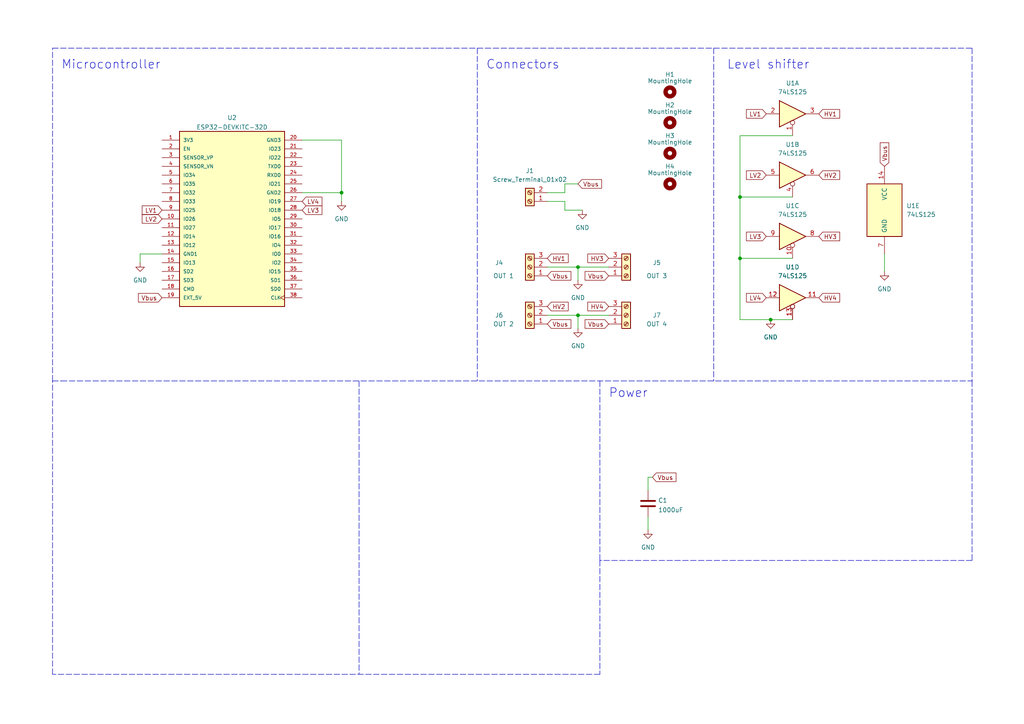
<source format=kicad_sch>
(kicad_sch (version 20211123) (generator eeschema)

  (uuid e63e39d7-6ac0-4ffd-8aa3-1841a4541b55)

  (paper "A4")

  (lib_symbols
    (symbol "74xx:74LS125" (pin_names (offset 1.016)) (in_bom yes) (on_board yes)
      (property "Reference" "U" (id 0) (at 0 1.27 0)
        (effects (font (size 1.27 1.27)))
      )
      (property "Value" "74LS125" (id 1) (at 0 -1.27 0)
        (effects (font (size 1.27 1.27)))
      )
      (property "Footprint" "" (id 2) (at 0 0 0)
        (effects (font (size 1.27 1.27)) hide)
      )
      (property "Datasheet" "http://www.ti.com/lit/gpn/sn74LS125" (id 3) (at 0 0 0)
        (effects (font (size 1.27 1.27)) hide)
      )
      (property "ki_locked" "" (id 4) (at 0 0 0)
        (effects (font (size 1.27 1.27)))
      )
      (property "ki_keywords" "TTL buffer 3State" (id 5) (at 0 0 0)
        (effects (font (size 1.27 1.27)) hide)
      )
      (property "ki_description" "Quad buffer 3-State outputs" (id 6) (at 0 0 0)
        (effects (font (size 1.27 1.27)) hide)
      )
      (property "ki_fp_filters" "DIP*W7.62mm*" (id 7) (at 0 0 0)
        (effects (font (size 1.27 1.27)) hide)
      )
      (symbol "74LS125_1_0"
        (polyline
          (pts
            (xy -3.81 3.81)
            (xy -3.81 -3.81)
            (xy 3.81 0)
            (xy -3.81 3.81)
          )
          (stroke (width 0.254) (type default) (color 0 0 0 0))
          (fill (type background))
        )
        (pin input inverted (at 0 -6.35 90) (length 4.445)
          (name "~" (effects (font (size 1.27 1.27))))
          (number "1" (effects (font (size 1.27 1.27))))
        )
        (pin input line (at -7.62 0 0) (length 3.81)
          (name "~" (effects (font (size 1.27 1.27))))
          (number "2" (effects (font (size 1.27 1.27))))
        )
        (pin tri_state line (at 7.62 0 180) (length 3.81)
          (name "~" (effects (font (size 1.27 1.27))))
          (number "3" (effects (font (size 1.27 1.27))))
        )
      )
      (symbol "74LS125_2_0"
        (polyline
          (pts
            (xy -3.81 3.81)
            (xy -3.81 -3.81)
            (xy 3.81 0)
            (xy -3.81 3.81)
          )
          (stroke (width 0.254) (type default) (color 0 0 0 0))
          (fill (type background))
        )
        (pin input inverted (at 0 -6.35 90) (length 4.445)
          (name "~" (effects (font (size 1.27 1.27))))
          (number "4" (effects (font (size 1.27 1.27))))
        )
        (pin input line (at -7.62 0 0) (length 3.81)
          (name "~" (effects (font (size 1.27 1.27))))
          (number "5" (effects (font (size 1.27 1.27))))
        )
        (pin tri_state line (at 7.62 0 180) (length 3.81)
          (name "~" (effects (font (size 1.27 1.27))))
          (number "6" (effects (font (size 1.27 1.27))))
        )
      )
      (symbol "74LS125_3_0"
        (polyline
          (pts
            (xy -3.81 3.81)
            (xy -3.81 -3.81)
            (xy 3.81 0)
            (xy -3.81 3.81)
          )
          (stroke (width 0.254) (type default) (color 0 0 0 0))
          (fill (type background))
        )
        (pin input inverted (at 0 -6.35 90) (length 4.445)
          (name "~" (effects (font (size 1.27 1.27))))
          (number "10" (effects (font (size 1.27 1.27))))
        )
        (pin tri_state line (at 7.62 0 180) (length 3.81)
          (name "~" (effects (font (size 1.27 1.27))))
          (number "8" (effects (font (size 1.27 1.27))))
        )
        (pin input line (at -7.62 0 0) (length 3.81)
          (name "~" (effects (font (size 1.27 1.27))))
          (number "9" (effects (font (size 1.27 1.27))))
        )
      )
      (symbol "74LS125_4_0"
        (polyline
          (pts
            (xy -3.81 3.81)
            (xy -3.81 -3.81)
            (xy 3.81 0)
            (xy -3.81 3.81)
          )
          (stroke (width 0.254) (type default) (color 0 0 0 0))
          (fill (type background))
        )
        (pin tri_state line (at 7.62 0 180) (length 3.81)
          (name "~" (effects (font (size 1.27 1.27))))
          (number "11" (effects (font (size 1.27 1.27))))
        )
        (pin input line (at -7.62 0 0) (length 3.81)
          (name "~" (effects (font (size 1.27 1.27))))
          (number "12" (effects (font (size 1.27 1.27))))
        )
        (pin input inverted (at 0 -6.35 90) (length 4.445)
          (name "~" (effects (font (size 1.27 1.27))))
          (number "13" (effects (font (size 1.27 1.27))))
        )
      )
      (symbol "74LS125_5_0"
        (pin power_in line (at 0 12.7 270) (length 5.08)
          (name "VCC" (effects (font (size 1.27 1.27))))
          (number "14" (effects (font (size 1.27 1.27))))
        )
        (pin power_in line (at 0 -12.7 90) (length 5.08)
          (name "GND" (effects (font (size 1.27 1.27))))
          (number "7" (effects (font (size 1.27 1.27))))
        )
      )
      (symbol "74LS125_5_1"
        (rectangle (start -5.08 7.62) (end 5.08 -7.62)
          (stroke (width 0.254) (type default) (color 0 0 0 0))
          (fill (type background))
        )
      )
    )
    (symbol "Connector:Screw_Terminal_01x02" (pin_names (offset 1.016) hide) (in_bom yes) (on_board yes)
      (property "Reference" "J" (id 0) (at 0 2.54 0)
        (effects (font (size 1.27 1.27)))
      )
      (property "Value" "Screw_Terminal_01x02" (id 1) (at 0 -5.08 0)
        (effects (font (size 1.27 1.27)))
      )
      (property "Footprint" "" (id 2) (at 0 0 0)
        (effects (font (size 1.27 1.27)) hide)
      )
      (property "Datasheet" "~" (id 3) (at 0 0 0)
        (effects (font (size 1.27 1.27)) hide)
      )
      (property "ki_keywords" "screw terminal" (id 4) (at 0 0 0)
        (effects (font (size 1.27 1.27)) hide)
      )
      (property "ki_description" "Generic screw terminal, single row, 01x02, script generated (kicad-library-utils/schlib/autogen/connector/)" (id 5) (at 0 0 0)
        (effects (font (size 1.27 1.27)) hide)
      )
      (property "ki_fp_filters" "TerminalBlock*:*" (id 6) (at 0 0 0)
        (effects (font (size 1.27 1.27)) hide)
      )
      (symbol "Screw_Terminal_01x02_1_1"
        (rectangle (start -1.27 1.27) (end 1.27 -3.81)
          (stroke (width 0.254) (type default) (color 0 0 0 0))
          (fill (type background))
        )
        (circle (center 0 -2.54) (radius 0.635)
          (stroke (width 0.1524) (type default) (color 0 0 0 0))
          (fill (type none))
        )
        (polyline
          (pts
            (xy -0.5334 -2.2098)
            (xy 0.3302 -3.048)
          )
          (stroke (width 0.1524) (type default) (color 0 0 0 0))
          (fill (type none))
        )
        (polyline
          (pts
            (xy -0.5334 0.3302)
            (xy 0.3302 -0.508)
          )
          (stroke (width 0.1524) (type default) (color 0 0 0 0))
          (fill (type none))
        )
        (polyline
          (pts
            (xy -0.3556 -2.032)
            (xy 0.508 -2.8702)
          )
          (stroke (width 0.1524) (type default) (color 0 0 0 0))
          (fill (type none))
        )
        (polyline
          (pts
            (xy -0.3556 0.508)
            (xy 0.508 -0.3302)
          )
          (stroke (width 0.1524) (type default) (color 0 0 0 0))
          (fill (type none))
        )
        (circle (center 0 0) (radius 0.635)
          (stroke (width 0.1524) (type default) (color 0 0 0 0))
          (fill (type none))
        )
        (pin passive line (at -5.08 0 0) (length 3.81)
          (name "Pin_1" (effects (font (size 1.27 1.27))))
          (number "1" (effects (font (size 1.27 1.27))))
        )
        (pin passive line (at -5.08 -2.54 0) (length 3.81)
          (name "Pin_2" (effects (font (size 1.27 1.27))))
          (number "2" (effects (font (size 1.27 1.27))))
        )
      )
    )
    (symbol "Connector:Screw_Terminal_01x03" (pin_names (offset 1.016) hide) (in_bom yes) (on_board yes)
      (property "Reference" "J" (id 0) (at 0 5.08 0)
        (effects (font (size 1.27 1.27)))
      )
      (property "Value" "Screw_Terminal_01x03" (id 1) (at 0 -5.08 0)
        (effects (font (size 1.27 1.27)))
      )
      (property "Footprint" "" (id 2) (at 0 0 0)
        (effects (font (size 1.27 1.27)) hide)
      )
      (property "Datasheet" "~" (id 3) (at 0 0 0)
        (effects (font (size 1.27 1.27)) hide)
      )
      (property "ki_keywords" "screw terminal" (id 4) (at 0 0 0)
        (effects (font (size 1.27 1.27)) hide)
      )
      (property "ki_description" "Generic screw terminal, single row, 01x03, script generated (kicad-library-utils/schlib/autogen/connector/)" (id 5) (at 0 0 0)
        (effects (font (size 1.27 1.27)) hide)
      )
      (property "ki_fp_filters" "TerminalBlock*:*" (id 6) (at 0 0 0)
        (effects (font (size 1.27 1.27)) hide)
      )
      (symbol "Screw_Terminal_01x03_1_1"
        (rectangle (start -1.27 3.81) (end 1.27 -3.81)
          (stroke (width 0.254) (type default) (color 0 0 0 0))
          (fill (type background))
        )
        (circle (center 0 -2.54) (radius 0.635)
          (stroke (width 0.1524) (type default) (color 0 0 0 0))
          (fill (type none))
        )
        (polyline
          (pts
            (xy -0.5334 -2.2098)
            (xy 0.3302 -3.048)
          )
          (stroke (width 0.1524) (type default) (color 0 0 0 0))
          (fill (type none))
        )
        (polyline
          (pts
            (xy -0.5334 0.3302)
            (xy 0.3302 -0.508)
          )
          (stroke (width 0.1524) (type default) (color 0 0 0 0))
          (fill (type none))
        )
        (polyline
          (pts
            (xy -0.5334 2.8702)
            (xy 0.3302 2.032)
          )
          (stroke (width 0.1524) (type default) (color 0 0 0 0))
          (fill (type none))
        )
        (polyline
          (pts
            (xy -0.3556 -2.032)
            (xy 0.508 -2.8702)
          )
          (stroke (width 0.1524) (type default) (color 0 0 0 0))
          (fill (type none))
        )
        (polyline
          (pts
            (xy -0.3556 0.508)
            (xy 0.508 -0.3302)
          )
          (stroke (width 0.1524) (type default) (color 0 0 0 0))
          (fill (type none))
        )
        (polyline
          (pts
            (xy -0.3556 3.048)
            (xy 0.508 2.2098)
          )
          (stroke (width 0.1524) (type default) (color 0 0 0 0))
          (fill (type none))
        )
        (circle (center 0 0) (radius 0.635)
          (stroke (width 0.1524) (type default) (color 0 0 0 0))
          (fill (type none))
        )
        (circle (center 0 2.54) (radius 0.635)
          (stroke (width 0.1524) (type default) (color 0 0 0 0))
          (fill (type none))
        )
        (pin passive line (at -5.08 2.54 0) (length 3.81)
          (name "Pin_1" (effects (font (size 1.27 1.27))))
          (number "1" (effects (font (size 1.27 1.27))))
        )
        (pin passive line (at -5.08 0 0) (length 3.81)
          (name "Pin_2" (effects (font (size 1.27 1.27))))
          (number "2" (effects (font (size 1.27 1.27))))
        )
        (pin passive line (at -5.08 -2.54 0) (length 3.81)
          (name "Pin_3" (effects (font (size 1.27 1.27))))
          (number "3" (effects (font (size 1.27 1.27))))
        )
      )
    )
    (symbol "Device:C" (pin_numbers hide) (pin_names (offset 0.254)) (in_bom yes) (on_board yes)
      (property "Reference" "C" (id 0) (at 0.635 2.54 0)
        (effects (font (size 1.27 1.27)) (justify left))
      )
      (property "Value" "C" (id 1) (at 0.635 -2.54 0)
        (effects (font (size 1.27 1.27)) (justify left))
      )
      (property "Footprint" "" (id 2) (at 0.9652 -3.81 0)
        (effects (font (size 1.27 1.27)) hide)
      )
      (property "Datasheet" "~" (id 3) (at 0 0 0)
        (effects (font (size 1.27 1.27)) hide)
      )
      (property "ki_keywords" "cap capacitor" (id 4) (at 0 0 0)
        (effects (font (size 1.27 1.27)) hide)
      )
      (property "ki_description" "Unpolarized capacitor" (id 5) (at 0 0 0)
        (effects (font (size 1.27 1.27)) hide)
      )
      (property "ki_fp_filters" "C_*" (id 6) (at 0 0 0)
        (effects (font (size 1.27 1.27)) hide)
      )
      (symbol "C_0_1"
        (polyline
          (pts
            (xy -2.032 -0.762)
            (xy 2.032 -0.762)
          )
          (stroke (width 0.508) (type default) (color 0 0 0 0))
          (fill (type none))
        )
        (polyline
          (pts
            (xy -2.032 0.762)
            (xy 2.032 0.762)
          )
          (stroke (width 0.508) (type default) (color 0 0 0 0))
          (fill (type none))
        )
      )
      (symbol "C_1_1"
        (pin passive line (at 0 3.81 270) (length 2.794)
          (name "~" (effects (font (size 1.27 1.27))))
          (number "1" (effects (font (size 1.27 1.27))))
        )
        (pin passive line (at 0 -3.81 90) (length 2.794)
          (name "~" (effects (font (size 1.27 1.27))))
          (number "2" (effects (font (size 1.27 1.27))))
        )
      )
    )
    (symbol "ESP32-DEVKITC-32D:ESP32-DEVKITC-32D" (pin_names (offset 1.016)) (in_bom yes) (on_board yes)
      (property "Reference" "U" (id 0) (at -15.2654 26.0604 0)
        (effects (font (size 1.27 1.27)) (justify left bottom))
      )
      (property "Value" "ESP32-DEVKITC-32D" (id 1) (at -15.2654 -27.9654 0)
        (effects (font (size 1.27 1.27)) (justify left bottom))
      )
      (property "Footprint" "MODULE_ESP32-DEVKITC-32D" (id 2) (at 0 0 0)
        (effects (font (size 1.27 1.27)) (justify left bottom) hide)
      )
      (property "Datasheet" "" (id 3) (at 0 0 0)
        (effects (font (size 1.27 1.27)) (justify left bottom) hide)
      )
      (property "MANUFACTURER" "Espressif Systems" (id 4) (at 0 0 0)
        (effects (font (size 1.27 1.27)) (justify left bottom) hide)
      )
      (property "PARTREV" "4" (id 5) (at 0 0 0)
        (effects (font (size 1.27 1.27)) (justify left bottom) hide)
      )
      (property "ki_locked" "" (id 6) (at 0 0 0)
        (effects (font (size 1.27 1.27)))
      )
      (symbol "ESP32-DEVKITC-32D_0_0"
        (rectangle (start -15.24 -25.4) (end 15.24 25.4)
          (stroke (width 0.254) (type default) (color 0 0 0 0))
          (fill (type background))
        )
        (pin power_in line (at -20.32 22.86 0) (length 5.08)
          (name "3V3" (effects (font (size 1.016 1.016))))
          (number "1" (effects (font (size 1.016 1.016))))
        )
        (pin bidirectional line (at -20.32 0 0) (length 5.08)
          (name "IO26" (effects (font (size 1.016 1.016))))
          (number "10" (effects (font (size 1.016 1.016))))
        )
        (pin bidirectional line (at -20.32 -2.54 0) (length 5.08)
          (name "IO27" (effects (font (size 1.016 1.016))))
          (number "11" (effects (font (size 1.016 1.016))))
        )
        (pin bidirectional line (at -20.32 -5.08 0) (length 5.08)
          (name "IO14" (effects (font (size 1.016 1.016))))
          (number "12" (effects (font (size 1.016 1.016))))
        )
        (pin bidirectional line (at -20.32 -7.62 0) (length 5.08)
          (name "IO12" (effects (font (size 1.016 1.016))))
          (number "13" (effects (font (size 1.016 1.016))))
        )
        (pin power_in line (at -20.32 -10.16 0) (length 5.08)
          (name "GND1" (effects (font (size 1.016 1.016))))
          (number "14" (effects (font (size 1.016 1.016))))
        )
        (pin bidirectional line (at -20.32 -12.7 0) (length 5.08)
          (name "IO13" (effects (font (size 1.016 1.016))))
          (number "15" (effects (font (size 1.016 1.016))))
        )
        (pin bidirectional line (at -20.32 -15.24 0) (length 5.08)
          (name "SD2" (effects (font (size 1.016 1.016))))
          (number "16" (effects (font (size 1.016 1.016))))
        )
        (pin bidirectional line (at -20.32 -17.78 0) (length 5.08)
          (name "SD3" (effects (font (size 1.016 1.016))))
          (number "17" (effects (font (size 1.016 1.016))))
        )
        (pin bidirectional line (at -20.32 -20.32 0) (length 5.08)
          (name "CMD" (effects (font (size 1.016 1.016))))
          (number "18" (effects (font (size 1.016 1.016))))
        )
        (pin power_in line (at -20.32 -22.86 0) (length 5.08)
          (name "EXT_5V" (effects (font (size 1.016 1.016))))
          (number "19" (effects (font (size 1.016 1.016))))
        )
        (pin input line (at -20.32 20.32 0) (length 5.08)
          (name "EN" (effects (font (size 1.016 1.016))))
          (number "2" (effects (font (size 1.016 1.016))))
        )
        (pin power_in line (at 20.32 22.86 180) (length 5.08)
          (name "GND3" (effects (font (size 1.016 1.016))))
          (number "20" (effects (font (size 1.016 1.016))))
        )
        (pin bidirectional line (at 20.32 20.32 180) (length 5.08)
          (name "IO23" (effects (font (size 1.016 1.016))))
          (number "21" (effects (font (size 1.016 1.016))))
        )
        (pin bidirectional line (at 20.32 17.78 180) (length 5.08)
          (name "IO22" (effects (font (size 1.016 1.016))))
          (number "22" (effects (font (size 1.016 1.016))))
        )
        (pin output line (at 20.32 15.24 180) (length 5.08)
          (name "TXD0" (effects (font (size 1.016 1.016))))
          (number "23" (effects (font (size 1.016 1.016))))
        )
        (pin input line (at 20.32 12.7 180) (length 5.08)
          (name "RXD0" (effects (font (size 1.016 1.016))))
          (number "24" (effects (font (size 1.016 1.016))))
        )
        (pin bidirectional line (at 20.32 10.16 180) (length 5.08)
          (name "IO21" (effects (font (size 1.016 1.016))))
          (number "25" (effects (font (size 1.016 1.016))))
        )
        (pin power_in line (at 20.32 7.62 180) (length 5.08)
          (name "GND2" (effects (font (size 1.016 1.016))))
          (number "26" (effects (font (size 1.016 1.016))))
        )
        (pin bidirectional line (at 20.32 5.08 180) (length 5.08)
          (name "IO19" (effects (font (size 1.016 1.016))))
          (number "27" (effects (font (size 1.016 1.016))))
        )
        (pin bidirectional line (at 20.32 2.54 180) (length 5.08)
          (name "IO18" (effects (font (size 1.016 1.016))))
          (number "28" (effects (font (size 1.016 1.016))))
        )
        (pin bidirectional line (at 20.32 0 180) (length 5.08)
          (name "IO5" (effects (font (size 1.016 1.016))))
          (number "29" (effects (font (size 1.016 1.016))))
        )
        (pin input line (at -20.32 17.78 0) (length 5.08)
          (name "SENSOR_VP" (effects (font (size 1.016 1.016))))
          (number "3" (effects (font (size 1.016 1.016))))
        )
        (pin bidirectional line (at 20.32 -2.54 180) (length 5.08)
          (name "IO17" (effects (font (size 1.016 1.016))))
          (number "30" (effects (font (size 1.016 1.016))))
        )
        (pin bidirectional line (at 20.32 -5.08 180) (length 5.08)
          (name "IO16" (effects (font (size 1.016 1.016))))
          (number "31" (effects (font (size 1.016 1.016))))
        )
        (pin bidirectional line (at 20.32 -7.62 180) (length 5.08)
          (name "IO4" (effects (font (size 1.016 1.016))))
          (number "32" (effects (font (size 1.016 1.016))))
        )
        (pin bidirectional line (at 20.32 -10.16 180) (length 5.08)
          (name "IO0" (effects (font (size 1.016 1.016))))
          (number "33" (effects (font (size 1.016 1.016))))
        )
        (pin bidirectional line (at 20.32 -12.7 180) (length 5.08)
          (name "IO2" (effects (font (size 1.016 1.016))))
          (number "34" (effects (font (size 1.016 1.016))))
        )
        (pin bidirectional line (at 20.32 -15.24 180) (length 5.08)
          (name "IO15" (effects (font (size 1.016 1.016))))
          (number "35" (effects (font (size 1.016 1.016))))
        )
        (pin bidirectional line (at 20.32 -17.78 180) (length 5.08)
          (name "SD1" (effects (font (size 1.016 1.016))))
          (number "36" (effects (font (size 1.016 1.016))))
        )
        (pin bidirectional line (at 20.32 -20.32 180) (length 5.08)
          (name "SD0" (effects (font (size 1.016 1.016))))
          (number "37" (effects (font (size 1.016 1.016))))
        )
        (pin input clock (at 20.32 -22.86 180) (length 5.08)
          (name "CLK" (effects (font (size 1.016 1.016))))
          (number "38" (effects (font (size 1.016 1.016))))
        )
        (pin input line (at -20.32 15.24 0) (length 5.08)
          (name "SENSOR_VN" (effects (font (size 1.016 1.016))))
          (number "4" (effects (font (size 1.016 1.016))))
        )
        (pin bidirectional line (at -20.32 12.7 0) (length 5.08)
          (name "IO34" (effects (font (size 1.016 1.016))))
          (number "5" (effects (font (size 1.016 1.016))))
        )
        (pin bidirectional line (at -20.32 10.16 0) (length 5.08)
          (name "IO35" (effects (font (size 1.016 1.016))))
          (number "6" (effects (font (size 1.016 1.016))))
        )
        (pin bidirectional line (at -20.32 7.62 0) (length 5.08)
          (name "IO32" (effects (font (size 1.016 1.016))))
          (number "7" (effects (font (size 1.016 1.016))))
        )
        (pin bidirectional line (at -20.32 5.08 0) (length 5.08)
          (name "IO33" (effects (font (size 1.016 1.016))))
          (number "8" (effects (font (size 1.016 1.016))))
        )
        (pin bidirectional line (at -20.32 2.54 0) (length 5.08)
          (name "IO25" (effects (font (size 1.016 1.016))))
          (number "9" (effects (font (size 1.016 1.016))))
        )
      )
    )
    (symbol "Mechanical:MountingHole" (pin_names (offset 1.016)) (in_bom yes) (on_board yes)
      (property "Reference" "H" (id 0) (at 0 5.08 0)
        (effects (font (size 1.27 1.27)))
      )
      (property "Value" "MountingHole" (id 1) (at 0 3.175 0)
        (effects (font (size 1.27 1.27)))
      )
      (property "Footprint" "" (id 2) (at 0 0 0)
        (effects (font (size 1.27 1.27)) hide)
      )
      (property "Datasheet" "~" (id 3) (at 0 0 0)
        (effects (font (size 1.27 1.27)) hide)
      )
      (property "ki_keywords" "mounting hole" (id 4) (at 0 0 0)
        (effects (font (size 1.27 1.27)) hide)
      )
      (property "ki_description" "Mounting Hole without connection" (id 5) (at 0 0 0)
        (effects (font (size 1.27 1.27)) hide)
      )
      (property "ki_fp_filters" "MountingHole*" (id 6) (at 0 0 0)
        (effects (font (size 1.27 1.27)) hide)
      )
      (symbol "MountingHole_0_1"
        (circle (center 0 0) (radius 1.27)
          (stroke (width 1.27) (type default) (color 0 0 0 0))
          (fill (type none))
        )
      )
    )
    (symbol "power:GND" (power) (pin_names (offset 0)) (in_bom yes) (on_board yes)
      (property "Reference" "#PWR" (id 0) (at 0 -6.35 0)
        (effects (font (size 1.27 1.27)) hide)
      )
      (property "Value" "GND" (id 1) (at 0 -3.81 0)
        (effects (font (size 1.27 1.27)))
      )
      (property "Footprint" "" (id 2) (at 0 0 0)
        (effects (font (size 1.27 1.27)) hide)
      )
      (property "Datasheet" "" (id 3) (at 0 0 0)
        (effects (font (size 1.27 1.27)) hide)
      )
      (property "ki_keywords" "power-flag" (id 4) (at 0 0 0)
        (effects (font (size 1.27 1.27)) hide)
      )
      (property "ki_description" "Power symbol creates a global label with name \"GND\" , ground" (id 5) (at 0 0 0)
        (effects (font (size 1.27 1.27)) hide)
      )
      (symbol "GND_0_1"
        (polyline
          (pts
            (xy 0 0)
            (xy 0 -1.27)
            (xy 1.27 -1.27)
            (xy 0 -2.54)
            (xy -1.27 -1.27)
            (xy 0 -1.27)
          )
          (stroke (width 0) (type default) (color 0 0 0 0))
          (fill (type none))
        )
      )
      (symbol "GND_1_1"
        (pin power_in line (at 0 0 270) (length 0) hide
          (name "GND" (effects (font (size 1.27 1.27))))
          (number "1" (effects (font (size 1.27 1.27))))
        )
      )
    )
  )

  (junction (at 223.52 92.71) (diameter 0) (color 0 0 0 0)
    (uuid 5b2573f9-8b18-42e0-88d6-a68c02da332a)
  )
  (junction (at 167.64 91.44) (diameter 0) (color 0 0 0 0)
    (uuid a1b28347-8609-4986-bd7e-b27342e92b79)
  )
  (junction (at 214.63 74.93) (diameter 0) (color 0 0 0 0)
    (uuid a46aa7d1-f9e6-4e0c-a3f1-8796f0d73296)
  )
  (junction (at 99.06 55.88) (diameter 0) (color 0 0 0 0)
    (uuid c726d7b0-ec27-4025-9586-367321ef32f9)
  )
  (junction (at 167.64 77.47) (diameter 0) (color 0 0 0 0)
    (uuid c7c24fbc-e9a8-4d56-a459-e397be968740)
  )
  (junction (at 214.63 57.15) (diameter 0) (color 0 0 0 0)
    (uuid f4b00f88-172a-421b-8672-473a19eb0be4)
  )

  (wire (pts (xy 214.63 57.15) (xy 214.63 74.93))
    (stroke (width 0) (type default) (color 0 0 0 0))
    (uuid 03142262-91b5-40aa-aec1-46fa0a9e234d)
  )
  (wire (pts (xy 214.63 39.37) (xy 214.63 57.15))
    (stroke (width 0) (type default) (color 0 0 0 0))
    (uuid 0b0d5515-402c-42c0-b3f6-051852fcdd4c)
  )
  (wire (pts (xy 214.63 74.93) (xy 229.87 74.93))
    (stroke (width 0) (type default) (color 0 0 0 0))
    (uuid 0dc988dc-9b0d-4c8a-85c0-aed5f72f2191)
  )
  (polyline (pts (xy 281.94 110.49) (xy 281.94 162.56))
    (stroke (width 0) (type default) (color 0 0 0 0))
    (uuid 11e24a98-49d1-4ab0-ade6-48b4c526a30a)
  )

  (wire (pts (xy 163.83 60.96) (xy 168.91 60.96))
    (stroke (width 0) (type default) (color 0 0 0 0))
    (uuid 1555b662-f4a5-4666-820e-de4f3ee34462)
  )
  (polyline (pts (xy 207.01 13.97) (xy 281.94 13.97))
    (stroke (width 0) (type default) (color 0 0 0 0))
    (uuid 20399cf1-7286-4af4-aac0-0a119deb3a69)
  )

  (wire (pts (xy 163.83 55.88) (xy 163.83 53.34))
    (stroke (width 0) (type default) (color 0 0 0 0))
    (uuid 21168788-fc20-4515-8320-32cddee9f202)
  )
  (wire (pts (xy 167.64 77.47) (xy 176.53 77.47))
    (stroke (width 0) (type default) (color 0 0 0 0))
    (uuid 2520b7a7-b987-4a3d-a7da-386bbd8790ff)
  )
  (polyline (pts (xy 127 13.97) (xy 207.01 13.97))
    (stroke (width 0) (type default) (color 0 0 0 0))
    (uuid 2ad43860-3010-4125-af57-9572d0ea2dee)
  )

  (wire (pts (xy 158.75 55.88) (xy 163.83 55.88))
    (stroke (width 0) (type default) (color 0 0 0 0))
    (uuid 34383be0-7f1e-4749-bac0-2b591267bb15)
  )
  (wire (pts (xy 223.52 92.71) (xy 229.87 92.71))
    (stroke (width 0) (type default) (color 0 0 0 0))
    (uuid 44c60217-eb93-4357-8c98-99cd90ced28e)
  )
  (wire (pts (xy 214.63 57.15) (xy 229.87 57.15))
    (stroke (width 0) (type default) (color 0 0 0 0))
    (uuid 4b60fef1-014b-4828-a86b-bbe5c661e568)
  )
  (wire (pts (xy 167.64 91.44) (xy 176.53 91.44))
    (stroke (width 0) (type default) (color 0 0 0 0))
    (uuid 4cf61490-2bdb-4832-85da-46160b10d18d)
  )
  (wire (pts (xy 40.64 73.66) (xy 46.99 73.66))
    (stroke (width 0) (type default) (color 0 0 0 0))
    (uuid 518c19ad-39d8-4fcd-a084-d1b4b1b2d246)
  )
  (wire (pts (xy 99.06 58.42) (xy 99.06 55.88))
    (stroke (width 0) (type default) (color 0 0 0 0))
    (uuid 51acebf9-8105-424c-8a2e-9e91c1c3ca6c)
  )
  (wire (pts (xy 256.54 73.66) (xy 256.54 78.74))
    (stroke (width 0) (type default) (color 0 0 0 0))
    (uuid 55eb29b9-b2fa-4d8b-ab82-b6049bcf1ea4)
  )
  (wire (pts (xy 99.06 55.88) (xy 87.63 55.88))
    (stroke (width 0) (type default) (color 0 0 0 0))
    (uuid 5ab217c9-e0cc-44da-ba11-63dfe13458ae)
  )
  (polyline (pts (xy 173.99 162.56) (xy 173.99 195.58))
    (stroke (width 0) (type default) (color 0 0 0 0))
    (uuid 5da9efd2-ccb9-4314-829b-25e3d322f133)
  )

  (wire (pts (xy 87.63 40.64) (xy 99.06 40.64))
    (stroke (width 0) (type default) (color 0 0 0 0))
    (uuid 5e2fca34-2bdf-4911-90f5-9524df649023)
  )
  (polyline (pts (xy 173.99 110.49) (xy 173.99 162.56))
    (stroke (width 0) (type default) (color 0 0 0 0))
    (uuid 5ff2d007-94e0-4006-9e2b-de8b1ca58c03)
  )

  (wire (pts (xy 187.96 138.43) (xy 187.96 142.24))
    (stroke (width 0) (type default) (color 0 0 0 0))
    (uuid 63622b85-ffc5-43a3-94fb-f01b29a8acd4)
  )
  (polyline (pts (xy 17.78 110.49) (xy 281.94 110.49))
    (stroke (width 0) (type default) (color 0 0 0 0))
    (uuid 69d3a03d-5ed6-4b3e-b83e-e5985431df3e)
  )

  (wire (pts (xy 158.75 91.44) (xy 167.64 91.44))
    (stroke (width 0) (type default) (color 0 0 0 0))
    (uuid 69f3428f-c7ac-48be-a80f-b11c66e74239)
  )
  (wire (pts (xy 158.75 58.42) (xy 163.83 58.42))
    (stroke (width 0) (type default) (color 0 0 0 0))
    (uuid 82fdf710-73d0-497f-8ab1-d39cee16a91e)
  )
  (polyline (pts (xy 15.24 195.58) (xy 15.24 110.49))
    (stroke (width 0) (type default) (color 0 0 0 0))
    (uuid 96e2284c-5156-4aa4-b8b7-b3e969b94f07)
  )
  (polyline (pts (xy 281.94 162.56) (xy 173.99 162.56))
    (stroke (width 0) (type default) (color 0 0 0 0))
    (uuid 9b65d21d-9f83-4df1-afa9-aa9c48916deb)
  )

  (wire (pts (xy 163.83 53.34) (xy 167.64 53.34))
    (stroke (width 0) (type default) (color 0 0 0 0))
    (uuid a2079670-92bf-4318-babe-e69b44256eb0)
  )
  (wire (pts (xy 158.75 77.47) (xy 167.64 77.47))
    (stroke (width 0) (type default) (color 0 0 0 0))
    (uuid aa047ea5-c4b0-435d-bd66-100a259f6c4f)
  )
  (wire (pts (xy 99.06 40.64) (xy 99.06 55.88))
    (stroke (width 0) (type default) (color 0 0 0 0))
    (uuid b6e2be6f-531d-46e7-a06c-4d897cb5e515)
  )
  (polyline (pts (xy 207.01 13.97) (xy 207.01 110.49))
    (stroke (width 0) (type default) (color 0 0 0 0))
    (uuid b9be3495-1211-49a5-8aad-58dfdf70ac3a)
  )
  (polyline (pts (xy 138.43 13.97) (xy 138.43 110.49))
    (stroke (width 0) (type default) (color 0 0 0 0))
    (uuid bb96fe01-16cf-4604-b45f-8da1a8c1d484)
  )

  (wire (pts (xy 167.64 77.47) (xy 167.64 81.28))
    (stroke (width 0) (type default) (color 0 0 0 0))
    (uuid c0383c1f-02fa-41a1-9cb6-7b984e08be92)
  )
  (polyline (pts (xy 15.24 110.49) (xy 15.24 13.97))
    (stroke (width 0) (type default) (color 0 0 0 0))
    (uuid c2b13eb8-85df-40f7-989e-437b544d2e4c)
  )

  (wire (pts (xy 189.23 138.43) (xy 187.96 138.43))
    (stroke (width 0) (type default) (color 0 0 0 0))
    (uuid c5d90d50-8815-42b3-bdfe-855c387da089)
  )
  (polyline (pts (xy 173.99 195.58) (xy 15.24 195.58))
    (stroke (width 0) (type default) (color 0 0 0 0))
    (uuid c938532c-ba32-47a9-b4c4-fbca85e3fd30)
  )

  (wire (pts (xy 229.87 39.37) (xy 214.63 39.37))
    (stroke (width 0) (type default) (color 0 0 0 0))
    (uuid df70fd8e-ad35-44e2-a5d7-12e5cf05ae05)
  )
  (wire (pts (xy 214.63 92.71) (xy 223.52 92.71))
    (stroke (width 0) (type default) (color 0 0 0 0))
    (uuid e0270ff7-e935-473c-b009-dfc3f5112bc7)
  )
  (wire (pts (xy 163.83 60.96) (xy 163.83 58.42))
    (stroke (width 0) (type default) (color 0 0 0 0))
    (uuid e09605eb-f91c-49ff-96cb-de35916b12e6)
  )
  (wire (pts (xy 187.96 149.86) (xy 187.96 153.67))
    (stroke (width 0) (type default) (color 0 0 0 0))
    (uuid e4347966-5cbe-4067-9eb6-4d00d762bc66)
  )
  (wire (pts (xy 167.64 91.44) (xy 167.64 95.25))
    (stroke (width 0) (type default) (color 0 0 0 0))
    (uuid e84d5fa0-4dc2-45e6-b7c9-855ca975df91)
  )
  (polyline (pts (xy 15.24 13.97) (xy 127 13.97))
    (stroke (width 0) (type default) (color 0 0 0 0))
    (uuid e971bcba-dddc-4465-bf5f-d7a417e03f1c)
  )
  (polyline (pts (xy 15.24 110.49) (xy 17.78 110.49))
    (stroke (width 0) (type default) (color 0 0 0 0))
    (uuid eaa8578e-0cc9-4d1f-96fe-cfd15fea4b9e)
  )

  (wire (pts (xy 214.63 74.93) (xy 214.63 92.71))
    (stroke (width 0) (type default) (color 0 0 0 0))
    (uuid eea11cda-a421-4e00-8939-9cc9ac6bc171)
  )
  (wire (pts (xy 40.64 76.2) (xy 40.64 73.66))
    (stroke (width 0) (type default) (color 0 0 0 0))
    (uuid f01cc594-05da-43ce-9732-1e85c37737e3)
  )
  (polyline (pts (xy 281.94 13.97) (xy 281.94 110.49))
    (stroke (width 0) (type default) (color 0 0 0 0))
    (uuid f1b2e62b-995a-490f-a80c-3079e39e8c51)
  )
  (polyline (pts (xy 104.14 110.49) (xy 104.14 195.58))
    (stroke (width 0) (type default) (color 0 0 0 0))
    (uuid f325d6ad-7730-4a43-88af-fcb14c62e816)
  )

  (text "Microcontroller" (at 17.78 20.32 0)
    (effects (font (size 2.54 2.54)) (justify left bottom))
    (uuid 3bc99e04-a701-4fce-8517-d8a26037dde0)
  )
  (text "Power" (at 176.53 115.57 0)
    (effects (font (size 2.54 2.54)) (justify left bottom))
    (uuid 3cd4df16-ab6e-417c-8fd7-7284b4b8b573)
  )
  (text "Connectors" (at 140.97 20.32 0)
    (effects (font (size 2.54 2.54)) (justify left bottom))
    (uuid 47987dea-129e-4e93-bed2-db4c57c050c0)
  )
  (text "Level shifter" (at 210.82 20.32 0)
    (effects (font (size 2.54 2.54)) (justify left bottom))
    (uuid c84f800a-1ad2-41c6-b7ba-c334f992718c)
  )

  (global_label "LV1" (shape input) (at 222.25 33.02 180) (fields_autoplaced)
    (effects (font (size 1.27 1.27)) (justify right))
    (uuid 04d2830e-9599-4df9-9b3f-3fea7e9461e0)
    (property "Intersheet References" "${INTERSHEET_REFS}" (id 0) (at 216.5107 32.9406 0)
      (effects (font (size 1.27 1.27)) (justify right) hide)
    )
  )
  (global_label "LV4" (shape input) (at 222.25 86.36 180) (fields_autoplaced)
    (effects (font (size 1.27 1.27)) (justify right))
    (uuid 0ae4ef2b-b2b0-415e-acc8-027dde8cc04d)
    (property "Intersheet References" "${INTERSHEET_REFS}" (id 0) (at 216.5107 86.2806 0)
      (effects (font (size 1.27 1.27)) (justify right) hide)
    )
  )
  (global_label "HV3" (shape input) (at 237.49 68.58 0) (fields_autoplaced)
    (effects (font (size 1.27 1.27)) (justify left))
    (uuid 15d36f84-49a1-4ee9-af19-46ffbe8e2f3c)
    (property "Intersheet References" "${INTERSHEET_REFS}" (id 0) (at 243.5317 68.5006 0)
      (effects (font (size 1.27 1.27)) (justify left) hide)
    )
  )
  (global_label "Vbus" (shape input) (at 189.23 138.43 0) (fields_autoplaced)
    (effects (font (size 1.27 1.27)) (justify left))
    (uuid 1949f384-d17d-4baa-a1c5-0c2515cda722)
    (property "Intersheet References" "${INTERSHEET_REFS}" (id 0) (at 196.0579 138.3506 0)
      (effects (font (size 1.27 1.27)) (justify left) hide)
    )
  )
  (global_label "Vbus" (shape input) (at 176.53 80.01 180) (fields_autoplaced)
    (effects (font (size 1.27 1.27)) (justify right))
    (uuid 283ea217-e759-472a-9e2b-05a5df9241a8)
    (property "Intersheet References" "${INTERSHEET_REFS}" (id 0) (at 169.7021 80.0894 0)
      (effects (font (size 1.27 1.27)) (justify right) hide)
    )
  )
  (global_label "Vbus" (shape input) (at 158.75 93.98 0) (fields_autoplaced)
    (effects (font (size 1.27 1.27)) (justify left))
    (uuid 2e1d3295-411c-4b57-8b8a-6e6b61e2957a)
    (property "Intersheet References" "${INTERSHEET_REFS}" (id 0) (at 165.5779 93.9006 0)
      (effects (font (size 1.27 1.27)) (justify left) hide)
    )
  )
  (global_label "LV3" (shape input) (at 222.25 68.58 180) (fields_autoplaced)
    (effects (font (size 1.27 1.27)) (justify right))
    (uuid 36bc4832-4b8a-40e2-8fd3-070f4a8464d0)
    (property "Intersheet References" "${INTERSHEET_REFS}" (id 0) (at 216.5107 68.5006 0)
      (effects (font (size 1.27 1.27)) (justify right) hide)
    )
  )
  (global_label "HV1" (shape input) (at 158.75 74.93 0) (fields_autoplaced)
    (effects (font (size 1.27 1.27)) (justify left))
    (uuid 5f1add20-d162-4b7b-95a2-f7f43a805313)
    (property "Intersheet References" "${INTERSHEET_REFS}" (id 0) (at 164.7917 74.8506 0)
      (effects (font (size 1.27 1.27)) (justify left) hide)
    )
  )
  (global_label "Vbus" (shape input) (at 167.64 53.34 0) (fields_autoplaced)
    (effects (font (size 1.27 1.27)) (justify left))
    (uuid 5fb9625a-aab1-46be-9d2c-3dfe777a2fbc)
    (property "Intersheet References" "${INTERSHEET_REFS}" (id 0) (at 174.4679 53.2606 0)
      (effects (font (size 1.27 1.27)) (justify left) hide)
    )
  )
  (global_label "HV3" (shape input) (at 176.53 74.93 180) (fields_autoplaced)
    (effects (font (size 1.27 1.27)) (justify right))
    (uuid a770e0e5-5222-45db-acf1-339ab4009773)
    (property "Intersheet References" "${INTERSHEET_REFS}" (id 0) (at 170.4883 74.8506 0)
      (effects (font (size 1.27 1.27)) (justify right) hide)
    )
  )
  (global_label "LV4" (shape input) (at 87.63 58.42 0) (fields_autoplaced)
    (effects (font (size 1.27 1.27)) (justify left))
    (uuid a7cda805-7919-44ba-a0a4-4a8165406afe)
    (property "Intersheet References" "${INTERSHEET_REFS}" (id 0) (at 93.3693 58.3406 0)
      (effects (font (size 1.27 1.27)) (justify left) hide)
    )
  )
  (global_label "Vbus" (shape input) (at 256.54 48.26 90) (fields_autoplaced)
    (effects (font (size 1.27 1.27)) (justify left))
    (uuid b4257153-0de4-45ea-a985-1d81c4fef713)
    (property "Intersheet References" "${INTERSHEET_REFS}" (id 0) (at 256.4606 41.4321 90)
      (effects (font (size 1.27 1.27)) (justify left) hide)
    )
  )
  (global_label "HV2" (shape input) (at 158.75 88.9 0) (fields_autoplaced)
    (effects (font (size 1.27 1.27)) (justify left))
    (uuid be09b23c-42e6-45f3-bbad-a8d66fb8ddb9)
    (property "Intersheet References" "${INTERSHEET_REFS}" (id 0) (at 164.7917 88.8206 0)
      (effects (font (size 1.27 1.27)) (justify left) hide)
    )
  )
  (global_label "Vbus" (shape input) (at 46.99 86.36 180) (fields_autoplaced)
    (effects (font (size 1.27 1.27)) (justify right))
    (uuid c0b7074b-08f3-47e0-a550-90429334f454)
    (property "Intersheet References" "${INTERSHEET_REFS}" (id 0) (at 40.1621 86.4394 0)
      (effects (font (size 1.27 1.27)) (justify right) hide)
    )
  )
  (global_label "Vbus" (shape input) (at 158.75 80.01 0) (fields_autoplaced)
    (effects (font (size 1.27 1.27)) (justify left))
    (uuid c9dc3113-6d61-4b71-9ba3-54956cc4d80e)
    (property "Intersheet References" "${INTERSHEET_REFS}" (id 0) (at 165.5779 79.9306 0)
      (effects (font (size 1.27 1.27)) (justify left) hide)
    )
  )
  (global_label "LV1" (shape input) (at 46.99 60.96 180) (fields_autoplaced)
    (effects (font (size 1.27 1.27)) (justify right))
    (uuid ca21498d-fecd-47bc-8a7f-89339a740d0c)
    (property "Intersheet References" "${INTERSHEET_REFS}" (id 0) (at 41.2507 61.0394 0)
      (effects (font (size 1.27 1.27)) (justify right) hide)
    )
  )
  (global_label "HV1" (shape input) (at 237.49 33.02 0) (fields_autoplaced)
    (effects (font (size 1.27 1.27)) (justify left))
    (uuid cb6dffb3-7d55-4d39-beca-7b58348351a8)
    (property "Intersheet References" "${INTERSHEET_REFS}" (id 0) (at 243.5317 32.9406 0)
      (effects (font (size 1.27 1.27)) (justify left) hide)
    )
  )
  (global_label "LV2" (shape input) (at 222.25 50.8 180) (fields_autoplaced)
    (effects (font (size 1.27 1.27)) (justify right))
    (uuid d118d9e8-c57f-45f2-a390-4b6ec9d0dd74)
    (property "Intersheet References" "${INTERSHEET_REFS}" (id 0) (at 216.5107 50.7206 0)
      (effects (font (size 1.27 1.27)) (justify right) hide)
    )
  )
  (global_label "HV2" (shape input) (at 237.49 50.8 0) (fields_autoplaced)
    (effects (font (size 1.27 1.27)) (justify left))
    (uuid d25e94d5-3f1a-4761-a842-0c37fb1a011a)
    (property "Intersheet References" "${INTERSHEET_REFS}" (id 0) (at 243.5317 50.7206 0)
      (effects (font (size 1.27 1.27)) (justify left) hide)
    )
  )
  (global_label "LV2" (shape input) (at 46.99 63.5 180) (fields_autoplaced)
    (effects (font (size 1.27 1.27)) (justify right))
    (uuid d4a9b3f9-0af6-4cf5-881d-16cf853932e0)
    (property "Intersheet References" "${INTERSHEET_REFS}" (id 0) (at 41.2507 63.4206 0)
      (effects (font (size 1.27 1.27)) (justify right) hide)
    )
  )
  (global_label "LV3" (shape input) (at 87.63 60.96 0) (fields_autoplaced)
    (effects (font (size 1.27 1.27)) (justify left))
    (uuid d53bb4bc-8a38-4d35-84a4-6e8f3abdd5fe)
    (property "Intersheet References" "${INTERSHEET_REFS}" (id 0) (at 93.3693 61.0394 0)
      (effects (font (size 1.27 1.27)) (justify left) hide)
    )
  )
  (global_label "Vbus" (shape input) (at 176.53 93.98 180) (fields_autoplaced)
    (effects (font (size 1.27 1.27)) (justify right))
    (uuid dcfe6010-a509-4531-894b-1e1994939f1f)
    (property "Intersheet References" "${INTERSHEET_REFS}" (id 0) (at 169.7021 94.0594 0)
      (effects (font (size 1.27 1.27)) (justify right) hide)
    )
  )
  (global_label "HV4" (shape input) (at 237.49 86.36 0) (fields_autoplaced)
    (effects (font (size 1.27 1.27)) (justify left))
    (uuid decb0fed-e843-4b71-b316-da4fde3850a4)
    (property "Intersheet References" "${INTERSHEET_REFS}" (id 0) (at 243.5317 86.2806 0)
      (effects (font (size 1.27 1.27)) (justify left) hide)
    )
  )
  (global_label "HV4" (shape input) (at 176.53 88.9 180) (fields_autoplaced)
    (effects (font (size 1.27 1.27)) (justify right))
    (uuid fa9550ba-0510-491b-816a-2d4a90120005)
    (property "Intersheet References" "${INTERSHEET_REFS}" (id 0) (at 170.4883 88.8206 0)
      (effects (font (size 1.27 1.27)) (justify right) hide)
    )
  )

  (symbol (lib_id "power:GND") (at 187.96 153.67 0) (unit 1)
    (in_bom yes) (on_board yes) (fields_autoplaced)
    (uuid 1e86f799-362b-4148-b112-c90388cb0045)
    (property "Reference" "#PWR08" (id 0) (at 187.96 160.02 0)
      (effects (font (size 1.27 1.27)) hide)
    )
    (property "Value" "GND" (id 1) (at 187.96 158.75 0))
    (property "Footprint" "" (id 2) (at 187.96 153.67 0)
      (effects (font (size 1.27 1.27)) hide)
    )
    (property "Datasheet" "" (id 3) (at 187.96 153.67 0)
      (effects (font (size 1.27 1.27)) hide)
    )
    (pin "1" (uuid b9349937-f4be-4789-b58b-595f2ab9279b))
  )

  (symbol (lib_id "74xx:74LS125") (at 229.87 86.36 0) (unit 4)
    (in_bom yes) (on_board yes) (fields_autoplaced)
    (uuid 232ad532-e223-4bc7-9019-cb297f6e6f82)
    (property "Reference" "U1" (id 0) (at 229.87 77.47 0))
    (property "Value" "74LS125" (id 1) (at 229.87 80.01 0))
    (property "Footprint" "ESP32_Wled_hub:SOIC-14-DIP-14-combo" (id 2) (at 229.87 86.36 0)
      (effects (font (size 1.27 1.27)) hide)
    )
    (property "Datasheet" "http://www.ti.com/lit/gpn/sn74LS125" (id 3) (at 229.87 86.36 0)
      (effects (font (size 1.27 1.27)) hide)
    )
    (pin "11" (uuid 58fc2e12-20d7-411f-a94e-655f94c5d1ef))
    (pin "12" (uuid e69ade11-58f9-44b4-a63a-8231254aef58))
    (pin "13" (uuid bd05a26c-f941-4038-bf08-c4867fc0f51c))
  )

  (symbol (lib_id "74xx:74LS125") (at 229.87 33.02 0) (unit 1)
    (in_bom yes) (on_board yes)
    (uuid 2974d882-8649-4ff1-9af1-a6bc9aaa1775)
    (property "Reference" "U1" (id 0) (at 229.87 24.13 0))
    (property "Value" "74LS125" (id 1) (at 229.87 26.67 0))
    (property "Footprint" "ESP32_Wled_hub:SOIC-14-DIP-14-combo" (id 2) (at 229.87 33.02 0)
      (effects (font (size 1.27 1.27)) hide)
    )
    (property "Datasheet" "http://www.ti.com/lit/gpn/sn74LS125" (id 3) (at 229.87 33.02 0)
      (effects (font (size 1.27 1.27)) hide)
    )
    (pin "1" (uuid 15c277e9-5b77-4381-9622-16fe8f4d1c17))
    (pin "2" (uuid f66da6b4-4f69-4643-9057-0c7c8c9c9deb))
    (pin "3" (uuid 467b6c95-fd00-450c-87a3-f77c9396fbcc))
  )

  (symbol (lib_id "Mechanical:MountingHole") (at 194.31 53.34 0) (unit 1)
    (in_bom yes) (on_board yes)
    (uuid 350a957a-7dbd-4d15-b132-d4d26c7aae94)
    (property "Reference" "H4" (id 0) (at 194.31 48.26 0))
    (property "Value" "MountingHole" (id 1) (at 194.31 50.165 0))
    (property "Footprint" "MountingHole:MountingHole_3.2mm_M3_Pad_Via" (id 2) (at 194.31 53.34 0)
      (effects (font (size 1.27 1.27)) hide)
    )
    (property "Datasheet" "~" (id 3) (at 194.31 53.34 0)
      (effects (font (size 1.27 1.27)) hide)
    )
  )

  (symbol (lib_id "Connector:Screw_Terminal_01x03") (at 153.67 77.47 180) (unit 1)
    (in_bom yes) (on_board yes)
    (uuid 3aefe234-c236-4c95-b391-3baf70d7c08a)
    (property "Reference" "J4" (id 0) (at 144.78 76.2 0))
    (property "Value" "OUT 1" (id 1) (at 146.05 80.01 0))
    (property "Footprint" "TerminalBlock_Phoenix:TerminalBlock_Phoenix_MKDS-1,5-3-5.08_1x03_P5.08mm_Horizontal" (id 2) (at 153.67 77.47 0)
      (effects (font (size 1.27 1.27)) hide)
    )
    (property "Datasheet" "~" (id 3) (at 153.67 77.47 0)
      (effects (font (size 1.27 1.27)) hide)
    )
    (pin "1" (uuid b9662da7-17be-4c6d-bfdd-11a7608769c8))
    (pin "2" (uuid 33cd7ee5-1723-4251-b361-eb20bc036f6b))
    (pin "3" (uuid d1a44e52-1bc2-406f-a006-1e559acad79f))
  )

  (symbol (lib_id "Mechanical:MountingHole") (at 194.31 35.56 0) (unit 1)
    (in_bom yes) (on_board yes)
    (uuid 44785a4b-bc54-42ef-9ffa-bd90104832dc)
    (property "Reference" "H2" (id 0) (at 194.31 30.48 0))
    (property "Value" "MountingHole" (id 1) (at 194.31 32.385 0))
    (property "Footprint" "MountingHole:MountingHole_3.2mm_M3_Pad_Via" (id 2) (at 194.31 35.56 0)
      (effects (font (size 1.27 1.27)) hide)
    )
    (property "Datasheet" "~" (id 3) (at 194.31 35.56 0)
      (effects (font (size 1.27 1.27)) hide)
    )
  )

  (symbol (lib_id "Connector:Screw_Terminal_01x03") (at 181.61 77.47 0) (mirror x) (unit 1)
    (in_bom yes) (on_board yes)
    (uuid 4775a040-77d6-4388-bda9-91565210c2b7)
    (property "Reference" "J5" (id 0) (at 190.5 76.2 0))
    (property "Value" "OUT 3" (id 1) (at 190.5 80.01 0))
    (property "Footprint" "TerminalBlock_Phoenix:TerminalBlock_Phoenix_MKDS-1,5-3-5.08_1x03_P5.08mm_Horizontal" (id 2) (at 181.61 77.47 0)
      (effects (font (size 1.27 1.27)) hide)
    )
    (property "Datasheet" "~" (id 3) (at 181.61 77.47 0)
      (effects (font (size 1.27 1.27)) hide)
    )
    (pin "1" (uuid 3de787c3-4096-4c4e-bcb9-ec594ea8a2d2))
    (pin "2" (uuid a012917f-eabc-4603-a9c9-76cb4f807bc2))
    (pin "3" (uuid d573ba9d-8074-4967-9d64-6e269dfa1e81))
  )

  (symbol (lib_id "74xx:74LS125") (at 229.87 68.58 0) (unit 3)
    (in_bom yes) (on_board yes) (fields_autoplaced)
    (uuid 54de69ff-15c5-45c9-87de-4cbe641e8078)
    (property "Reference" "U1" (id 0) (at 229.87 59.69 0))
    (property "Value" "74LS125" (id 1) (at 229.87 62.23 0))
    (property "Footprint" "ESP32_Wled_hub:SOIC-14-DIP-14-combo" (id 2) (at 229.87 68.58 0)
      (effects (font (size 1.27 1.27)) hide)
    )
    (property "Datasheet" "http://www.ti.com/lit/gpn/sn74LS125" (id 3) (at 229.87 68.58 0)
      (effects (font (size 1.27 1.27)) hide)
    )
    (pin "10" (uuid c55ac0fd-654d-47ce-a392-9f3c0c9f2f48))
    (pin "8" (uuid 654bbfc1-beb8-4d61-91d7-e6c1318a149f))
    (pin "9" (uuid 3199ab21-dc84-44ae-b438-a2e5dc9bb9d3))
  )

  (symbol (lib_id "ESP32-DEVKITC-32D:ESP32-DEVKITC-32D") (at 67.31 63.5 0) (unit 1)
    (in_bom yes) (on_board yes) (fields_autoplaced)
    (uuid 58fc3e5a-ce48-49da-b642-0de88cedd002)
    (property "Reference" "U2" (id 0) (at 67.31 34.1335 0))
    (property "Value" "ESP32-DEVKITC-32D" (id 1) (at 67.31 36.9086 0))
    (property "Footprint" "ESP32-DEVKITC-32D:MODULE_ESP32-DEVKITC-32D" (id 2) (at 67.31 63.5 0)
      (effects (font (size 1.27 1.27)) (justify left bottom) hide)
    )
    (property "Datasheet" "" (id 3) (at 67.31 63.5 0)
      (effects (font (size 1.27 1.27)) (justify left bottom) hide)
    )
    (property "MANUFACTURER" "Espressif Systems" (id 4) (at 67.31 63.5 0)
      (effects (font (size 1.27 1.27)) (justify left bottom) hide)
    )
    (property "PARTREV" "4" (id 5) (at 67.31 63.5 0)
      (effects (font (size 1.27 1.27)) (justify left bottom) hide)
    )
    (pin "1" (uuid 99951fdb-e6b8-496d-b76e-ccb4960da9f5))
    (pin "10" (uuid f9fcb141-b097-472b-be0b-dfaf07d17ac3))
    (pin "11" (uuid b8378563-fb43-4515-9e51-c9dd43591a39))
    (pin "12" (uuid e38cbeb7-363a-4f1d-8828-d8832936517f))
    (pin "13" (uuid 4b951adb-d935-4ef2-901d-663a7acd5b52))
    (pin "14" (uuid 5280427a-39a5-4aa2-8b91-77cc3875ec5e))
    (pin "15" (uuid 27709234-58a4-4138-98af-8db44b784a19))
    (pin "16" (uuid 88f038ff-ef5c-400b-bf8c-0f0acd143385))
    (pin "17" (uuid a17c65c0-ebec-409b-acfd-18af8bcdb9ea))
    (pin "18" (uuid 1b158252-7a0a-4851-b321-5ffb48940951))
    (pin "19" (uuid e3b132fd-060f-43ab-a533-a2ea581999dc))
    (pin "2" (uuid 9877b7b4-413f-49de-83f0-58e377af3281))
    (pin "20" (uuid fbf0be3a-cb7b-48a4-b35a-6d37bd0cac71))
    (pin "21" (uuid a95f3371-e6a4-4c52-ad68-758de807591b))
    (pin "22" (uuid be5553ab-ab46-4dd6-b2d7-891410d2b32c))
    (pin "23" (uuid 527942ba-a48f-4899-a480-b07f5f7202bf))
    (pin "24" (uuid f0a3cd0b-a619-47b0-844f-396d5ea8c48a))
    (pin "25" (uuid c1741654-d148-4ffa-bbc3-4049279ae82c))
    (pin "26" (uuid 4a93b6f4-a737-4052-9fb3-9a02607c163f))
    (pin "27" (uuid b7c11467-2836-47c4-a849-1bbe34a6df8b))
    (pin "28" (uuid 1790ab88-da36-4bba-ab44-b434dbfaf971))
    (pin "29" (uuid 41ad7e06-d366-4df4-abdf-e91593e32829))
    (pin "3" (uuid 1fff1a33-1845-494b-a6c4-85582b332c10))
    (pin "30" (uuid 488c735a-960f-4b70-a60f-1298a5b9be91))
    (pin "31" (uuid 801c3799-16a3-42b6-aaf2-d5de7eb548f2))
    (pin "32" (uuid d75d81c1-c8cd-4acc-96fe-7aa09411dd1c))
    (pin "33" (uuid 49c5d435-c169-4ac9-b41e-ce6bfb5feab5))
    (pin "34" (uuid 1428b154-e10a-43e8-ac8a-acc520a4550e))
    (pin "35" (uuid 57427429-9dc3-496d-8c1f-7d6a9a7d3721))
    (pin "36" (uuid 92e4356c-f413-4c56-867a-856813c73c06))
    (pin "37" (uuid 6613cfdf-1687-438f-a5a2-fb60003a4229))
    (pin "38" (uuid 91dbb5f5-870f-434d-a80e-eef107f9fca0))
    (pin "4" (uuid 6a2e4c94-11c7-4206-964b-7384fea21cd2))
    (pin "5" (uuid 38efc8bc-8023-4603-a1b6-970206a66cc9))
    (pin "6" (uuid 9b7466ea-c08b-44d3-a7bc-535fe0a75204))
    (pin "7" (uuid 12b3928f-877f-4516-8a19-e909c31cf0de))
    (pin "8" (uuid db895b4c-b914-4078-98e3-6ec7fb3a7238))
    (pin "9" (uuid 935c12e4-0ea8-4ce9-816e-78b6dd50c187))
  )

  (symbol (lib_id "Connector:Screw_Terminal_01x02") (at 153.67 58.42 180) (unit 1)
    (in_bom yes) (on_board yes) (fields_autoplaced)
    (uuid 5a25ebde-7d3a-4958-813a-2a9f4f6edaf0)
    (property "Reference" "J1" (id 0) (at 153.67 49.53 0))
    (property "Value" "Screw_Terminal_01x02" (id 1) (at 153.67 52.07 0))
    (property "Footprint" "TerminalBlock_Phoenix:TerminalBlock_Phoenix_MKDS-1,5-2-5.08_1x02_P5.08mm_Horizontal" (id 2) (at 153.67 58.42 0)
      (effects (font (size 1.27 1.27)) hide)
    )
    (property "Datasheet" "~" (id 3) (at 153.67 58.42 0)
      (effects (font (size 1.27 1.27)) hide)
    )
    (pin "1" (uuid 8e5637fa-3e7e-4985-bcac-dd51ab4f1245))
    (pin "2" (uuid d1df6a25-45f5-4e27-8b3c-2f5ff8942210))
  )

  (symbol (lib_id "power:GND") (at 168.91 60.96 0) (unit 1)
    (in_bom yes) (on_board yes) (fields_autoplaced)
    (uuid 5df13a14-87d3-4e79-b2d9-67757d2fc341)
    (property "Reference" "#PWR02" (id 0) (at 168.91 67.31 0)
      (effects (font (size 1.27 1.27)) hide)
    )
    (property "Value" "GND" (id 1) (at 168.91 66.04 0))
    (property "Footprint" "" (id 2) (at 168.91 60.96 0)
      (effects (font (size 1.27 1.27)) hide)
    )
    (property "Datasheet" "" (id 3) (at 168.91 60.96 0)
      (effects (font (size 1.27 1.27)) hide)
    )
    (pin "1" (uuid 2b1bbd11-da29-4e2c-9d18-f36ffdac4607))
  )

  (symbol (lib_id "Connector:Screw_Terminal_01x03") (at 181.61 91.44 0) (mirror x) (unit 1)
    (in_bom yes) (on_board yes)
    (uuid 5ec983e6-c6ee-4e0d-b14d-83e1caa18508)
    (property "Reference" "J7" (id 0) (at 190.5 91.44 0))
    (property "Value" "OUT 4" (id 1) (at 190.5 93.98 0))
    (property "Footprint" "TerminalBlock_Phoenix:TerminalBlock_Phoenix_MKDS-1,5-3-5.08_1x03_P5.08mm_Horizontal" (id 2) (at 181.61 91.44 0)
      (effects (font (size 1.27 1.27)) hide)
    )
    (property "Datasheet" "~" (id 3) (at 181.61 91.44 0)
      (effects (font (size 1.27 1.27)) hide)
    )
    (pin "1" (uuid 3cf7048f-9e91-421b-9971-f61433fa42e8))
    (pin "2" (uuid 27de73d5-7380-4ad7-a31a-e4a6085f0516))
    (pin "3" (uuid 9a43712a-f736-4374-9f7d-ddb10ce21a3b))
  )

  (symbol (lib_id "Mechanical:MountingHole") (at 194.31 26.67 0) (unit 1)
    (in_bom yes) (on_board yes)
    (uuid 614522fc-d841-433a-9dfc-dd9d6464fd6e)
    (property "Reference" "H1" (id 0) (at 194.31 21.59 0))
    (property "Value" "MountingHole" (id 1) (at 194.31 23.495 0))
    (property "Footprint" "MountingHole:MountingHole_3.2mm_M3_Pad_Via" (id 2) (at 194.31 26.67 0)
      (effects (font (size 1.27 1.27)) hide)
    )
    (property "Datasheet" "~" (id 3) (at 194.31 26.67 0)
      (effects (font (size 1.27 1.27)) hide)
    )
  )

  (symbol (lib_id "Device:C") (at 187.96 146.05 0) (unit 1)
    (in_bom yes) (on_board yes) (fields_autoplaced)
    (uuid 71e9d074-5c1b-43a6-9ff2-2f659d01a79c)
    (property "Reference" "C1" (id 0) (at 190.881 145.1415 0)
      (effects (font (size 1.27 1.27)) (justify left))
    )
    (property "Value" "1000uF" (id 1) (at 190.881 147.9166 0)
      (effects (font (size 1.27 1.27)) (justify left))
    )
    (property "Footprint" "Capacitor_THT:C_Radial_D10.0mm_H16.0mm_P5.00mm" (id 2) (at 188.9252 149.86 0)
      (effects (font (size 1.27 1.27)) hide)
    )
    (property "Datasheet" "~" (id 3) (at 187.96 146.05 0)
      (effects (font (size 1.27 1.27)) hide)
    )
    (pin "1" (uuid 4be8f55d-ae4d-4263-9f19-d88e2b92f3ba))
    (pin "2" (uuid 9eccbc25-0599-437d-b547-8b15d2b15d5b))
  )

  (symbol (lib_id "74xx:74LS125") (at 256.54 60.96 0) (unit 5)
    (in_bom yes) (on_board yes) (fields_autoplaced)
    (uuid 74879a81-f744-4005-8d52-59eb7e71be29)
    (property "Reference" "U1" (id 0) (at 262.89 59.6899 0)
      (effects (font (size 1.27 1.27)) (justify left))
    )
    (property "Value" "74LS125" (id 1) (at 262.89 62.2299 0)
      (effects (font (size 1.27 1.27)) (justify left))
    )
    (property "Footprint" "ESP32_Wled_hub:SOIC-14-DIP-14-combo" (id 2) (at 256.54 60.96 0)
      (effects (font (size 1.27 1.27)) hide)
    )
    (property "Datasheet" "http://www.ti.com/lit/gpn/sn74LS125" (id 3) (at 256.54 60.96 0)
      (effects (font (size 1.27 1.27)) hide)
    )
    (pin "14" (uuid dd7ea12c-31ca-4815-92a2-e296984a0032))
    (pin "7" (uuid 8ff10903-4642-4782-8a22-2d7338c72091))
  )

  (symbol (lib_id "power:GND") (at 99.06 58.42 0) (unit 1)
    (in_bom yes) (on_board yes) (fields_autoplaced)
    (uuid 75eb6144-e0bf-4ac9-b46e-50a3f9accef1)
    (property "Reference" "#PWR01" (id 0) (at 99.06 64.77 0)
      (effects (font (size 1.27 1.27)) hide)
    )
    (property "Value" "GND" (id 1) (at 99.06 63.5 0))
    (property "Footprint" "" (id 2) (at 99.06 58.42 0)
      (effects (font (size 1.27 1.27)) hide)
    )
    (property "Datasheet" "" (id 3) (at 99.06 58.42 0)
      (effects (font (size 1.27 1.27)) hide)
    )
    (pin "1" (uuid 785de4e4-39af-41e2-b88c-e43bb4cf1026))
  )

  (symbol (lib_id "74xx:74LS125") (at 229.87 50.8 0) (unit 2)
    (in_bom yes) (on_board yes) (fields_autoplaced)
    (uuid ac7cbf0f-4d61-4790-b095-8a7384741a3c)
    (property "Reference" "U1" (id 0) (at 229.87 41.91 0))
    (property "Value" "74LS125" (id 1) (at 229.87 44.45 0))
    (property "Footprint" "ESP32_Wled_hub:SOIC-14-DIP-14-combo" (id 2) (at 229.87 50.8 0)
      (effects (font (size 1.27 1.27)) hide)
    )
    (property "Datasheet" "http://www.ti.com/lit/gpn/sn74LS125" (id 3) (at 229.87 50.8 0)
      (effects (font (size 1.27 1.27)) hide)
    )
    (pin "4" (uuid 259d81dd-a899-41af-bae3-65a43407fcd4))
    (pin "5" (uuid ab686d31-dc5a-4ef7-94bd-2875288edaf9))
    (pin "6" (uuid 94ee48de-9f39-40a1-adcd-c14e5f81f5e0))
  )

  (symbol (lib_id "power:GND") (at 40.64 76.2 0) (unit 1)
    (in_bom yes) (on_board yes) (fields_autoplaced)
    (uuid b428c546-c9cf-4d9c-ae76-4db7b5a430b3)
    (property "Reference" "#PWR03" (id 0) (at 40.64 82.55 0)
      (effects (font (size 1.27 1.27)) hide)
    )
    (property "Value" "GND" (id 1) (at 40.64 81.28 0))
    (property "Footprint" "" (id 2) (at 40.64 76.2 0)
      (effects (font (size 1.27 1.27)) hide)
    )
    (property "Datasheet" "" (id 3) (at 40.64 76.2 0)
      (effects (font (size 1.27 1.27)) hide)
    )
    (pin "1" (uuid 5eee59ac-b312-435f-868d-84edde2bbd54))
  )

  (symbol (lib_id "power:GND") (at 223.52 92.71 0) (unit 1)
    (in_bom yes) (on_board yes) (fields_autoplaced)
    (uuid c42ba54e-969e-48cb-bea2-b39f885d8f67)
    (property "Reference" "#PWR06" (id 0) (at 223.52 99.06 0)
      (effects (font (size 1.27 1.27)) hide)
    )
    (property "Value" "GND" (id 1) (at 223.52 97.79 0))
    (property "Footprint" "" (id 2) (at 223.52 92.71 0)
      (effects (font (size 1.27 1.27)) hide)
    )
    (property "Datasheet" "" (id 3) (at 223.52 92.71 0)
      (effects (font (size 1.27 1.27)) hide)
    )
    (pin "1" (uuid df18d994-9297-48fb-8550-faddd00b8b5a))
  )

  (symbol (lib_id "Mechanical:MountingHole") (at 194.31 44.45 0) (unit 1)
    (in_bom yes) (on_board yes)
    (uuid d7695dc5-5a0e-4bd1-9e57-7f1dd7cc4c22)
    (property "Reference" "H3" (id 0) (at 194.31 39.37 0))
    (property "Value" "MountingHole" (id 1) (at 194.31 41.275 0))
    (property "Footprint" "MountingHole:MountingHole_3.2mm_M3_Pad_Via" (id 2) (at 194.31 44.45 0)
      (effects (font (size 1.27 1.27)) hide)
    )
    (property "Datasheet" "~" (id 3) (at 194.31 44.45 0)
      (effects (font (size 1.27 1.27)) hide)
    )
  )

  (symbol (lib_id "power:GND") (at 167.64 95.25 0) (unit 1)
    (in_bom yes) (on_board yes) (fields_autoplaced)
    (uuid de349a6e-9a8b-4fa4-b352-e6e159c734af)
    (property "Reference" "#PWR07" (id 0) (at 167.64 101.6 0)
      (effects (font (size 1.27 1.27)) hide)
    )
    (property "Value" "GND" (id 1) (at 167.64 100.33 0))
    (property "Footprint" "" (id 2) (at 167.64 95.25 0)
      (effects (font (size 1.27 1.27)) hide)
    )
    (property "Datasheet" "" (id 3) (at 167.64 95.25 0)
      (effects (font (size 1.27 1.27)) hide)
    )
    (pin "1" (uuid 0bc62cb2-c516-47bd-a8ba-1ec4baaa10ac))
  )

  (symbol (lib_id "power:GND") (at 256.54 78.74 0) (unit 1)
    (in_bom yes) (on_board yes) (fields_autoplaced)
    (uuid eb27ebf9-6eb1-40db-930c-33c452e3f634)
    (property "Reference" "#PWR04" (id 0) (at 256.54 85.09 0)
      (effects (font (size 1.27 1.27)) hide)
    )
    (property "Value" "GND" (id 1) (at 256.54 83.82 0))
    (property "Footprint" "" (id 2) (at 256.54 78.74 0)
      (effects (font (size 1.27 1.27)) hide)
    )
    (property "Datasheet" "" (id 3) (at 256.54 78.74 0)
      (effects (font (size 1.27 1.27)) hide)
    )
    (pin "1" (uuid 881151d5-15ed-4355-a69f-6abefa3c2028))
  )

  (symbol (lib_id "Connector:Screw_Terminal_01x03") (at 153.67 91.44 180) (unit 1)
    (in_bom yes) (on_board yes)
    (uuid f5a30e10-3f06-48b3-bea1-8c1a71384641)
    (property "Reference" "J6" (id 0) (at 144.78 91.44 0))
    (property "Value" "OUT 2" (id 1) (at 146.05 93.98 0))
    (property "Footprint" "TerminalBlock_Phoenix:TerminalBlock_Phoenix_MKDS-1,5-3-5.08_1x03_P5.08mm_Horizontal" (id 2) (at 153.67 91.44 0)
      (effects (font (size 1.27 1.27)) hide)
    )
    (property "Datasheet" "~" (id 3) (at 153.67 91.44 0)
      (effects (font (size 1.27 1.27)) hide)
    )
    (pin "1" (uuid ad7960f0-0ffb-4b70-abfd-f55fb0c91327))
    (pin "2" (uuid 515704f5-2137-4d5f-bc6e-b2542cafd03f))
    (pin "3" (uuid cd73d566-002a-4e38-a6e1-de381c5edd16))
  )

  (symbol (lib_id "power:GND") (at 167.64 81.28 0) (unit 1)
    (in_bom yes) (on_board yes) (fields_autoplaced)
    (uuid fbb33a59-0f1e-4afc-8d93-633e41405942)
    (property "Reference" "#PWR05" (id 0) (at 167.64 87.63 0)
      (effects (font (size 1.27 1.27)) hide)
    )
    (property "Value" "GND" (id 1) (at 167.64 86.36 0))
    (property "Footprint" "" (id 2) (at 167.64 81.28 0)
      (effects (font (size 1.27 1.27)) hide)
    )
    (property "Datasheet" "" (id 3) (at 167.64 81.28 0)
      (effects (font (size 1.27 1.27)) hide)
    )
    (pin "1" (uuid 35695e71-a73e-4f96-ae72-3eca1d128412))
  )

  (sheet_instances
    (path "/" (page "1"))
  )

  (symbol_instances
    (path "/75eb6144-e0bf-4ac9-b46e-50a3f9accef1"
      (reference "#PWR01") (unit 1) (value "GND") (footprint "")
    )
    (path "/5df13a14-87d3-4e79-b2d9-67757d2fc341"
      (reference "#PWR02") (unit 1) (value "GND") (footprint "")
    )
    (path "/b428c546-c9cf-4d9c-ae76-4db7b5a430b3"
      (reference "#PWR03") (unit 1) (value "GND") (footprint "")
    )
    (path "/eb27ebf9-6eb1-40db-930c-33c452e3f634"
      (reference "#PWR04") (unit 1) (value "GND") (footprint "")
    )
    (path "/fbb33a59-0f1e-4afc-8d93-633e41405942"
      (reference "#PWR05") (unit 1) (value "GND") (footprint "")
    )
    (path "/c42ba54e-969e-48cb-bea2-b39f885d8f67"
      (reference "#PWR06") (unit 1) (value "GND") (footprint "")
    )
    (path "/de349a6e-9a8b-4fa4-b352-e6e159c734af"
      (reference "#PWR07") (unit 1) (value "GND") (footprint "")
    )
    (path "/1e86f799-362b-4148-b112-c90388cb0045"
      (reference "#PWR08") (unit 1) (value "GND") (footprint "")
    )
    (path "/71e9d074-5c1b-43a6-9ff2-2f659d01a79c"
      (reference "C1") (unit 1) (value "1000uF") (footprint "Capacitor_THT:C_Radial_D10.0mm_H16.0mm_P5.00mm")
    )
    (path "/614522fc-d841-433a-9dfc-dd9d6464fd6e"
      (reference "H1") (unit 1) (value "MountingHole") (footprint "MountingHole:MountingHole_3.2mm_M3_Pad_Via")
    )
    (path "/44785a4b-bc54-42ef-9ffa-bd90104832dc"
      (reference "H2") (unit 1) (value "MountingHole") (footprint "MountingHole:MountingHole_3.2mm_M3_Pad_Via")
    )
    (path "/d7695dc5-5a0e-4bd1-9e57-7f1dd7cc4c22"
      (reference "H3") (unit 1) (value "MountingHole") (footprint "MountingHole:MountingHole_3.2mm_M3_Pad_Via")
    )
    (path "/350a957a-7dbd-4d15-b132-d4d26c7aae94"
      (reference "H4") (unit 1) (value "MountingHole") (footprint "MountingHole:MountingHole_3.2mm_M3_Pad_Via")
    )
    (path "/5a25ebde-7d3a-4958-813a-2a9f4f6edaf0"
      (reference "J1") (unit 1) (value "Screw_Terminal_01x02") (footprint "TerminalBlock_Phoenix:TerminalBlock_Phoenix_MKDS-1,5-2-5.08_1x02_P5.08mm_Horizontal")
    )
    (path "/3aefe234-c236-4c95-b391-3baf70d7c08a"
      (reference "J4") (unit 1) (value "OUT 1") (footprint "TerminalBlock_Phoenix:TerminalBlock_Phoenix_MKDS-1,5-3-5.08_1x03_P5.08mm_Horizontal")
    )
    (path "/4775a040-77d6-4388-bda9-91565210c2b7"
      (reference "J5") (unit 1) (value "OUT 3") (footprint "TerminalBlock_Phoenix:TerminalBlock_Phoenix_MKDS-1,5-3-5.08_1x03_P5.08mm_Horizontal")
    )
    (path "/f5a30e10-3f06-48b3-bea1-8c1a71384641"
      (reference "J6") (unit 1) (value "OUT 2") (footprint "TerminalBlock_Phoenix:TerminalBlock_Phoenix_MKDS-1,5-3-5.08_1x03_P5.08mm_Horizontal")
    )
    (path "/5ec983e6-c6ee-4e0d-b14d-83e1caa18508"
      (reference "J7") (unit 1) (value "OUT 4") (footprint "TerminalBlock_Phoenix:TerminalBlock_Phoenix_MKDS-1,5-3-5.08_1x03_P5.08mm_Horizontal")
    )
    (path "/2974d882-8649-4ff1-9af1-a6bc9aaa1775"
      (reference "U1") (unit 1) (value "74LS125") (footprint "ESP32_Wled_hub:SOIC-14-DIP-14-combo")
    )
    (path "/ac7cbf0f-4d61-4790-b095-8a7384741a3c"
      (reference "U1") (unit 2) (value "74LS125") (footprint "ESP32_Wled_hub:SOIC-14-DIP-14-combo")
    )
    (path "/54de69ff-15c5-45c9-87de-4cbe641e8078"
      (reference "U1") (unit 3) (value "74LS125") (footprint "ESP32_Wled_hub:SOIC-14-DIP-14-combo")
    )
    (path "/232ad532-e223-4bc7-9019-cb297f6e6f82"
      (reference "U1") (unit 4) (value "74LS125") (footprint "ESP32_Wled_hub:SOIC-14-DIP-14-combo")
    )
    (path "/74879a81-f744-4005-8d52-59eb7e71be29"
      (reference "U1") (unit 5) (value "74LS125") (footprint "ESP32_Wled_hub:SOIC-14-DIP-14-combo")
    )
    (path "/58fc3e5a-ce48-49da-b642-0de88cedd002"
      (reference "U2") (unit 1) (value "ESP32-DEVKITC-32D") (footprint "ESP32-DEVKITC-32D:MODULE_ESP32-DEVKITC-32D")
    )
  )
)

</source>
